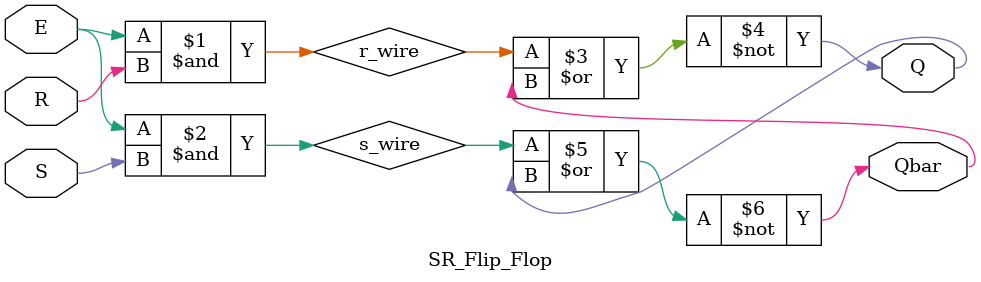
<source format=v>
`timescale 1ns / 1ps


module SR_Flip_Flop(input E, input S, input R, output Q, output Qbar);

wire r_wire;
wire s_wire;

and (r_wire, E, R);
and (s_wire, E, S);

nor N1(Q, r_wire, Qbar);
nor N2(Qbar, s_wire, Q);


endmodule

</source>
